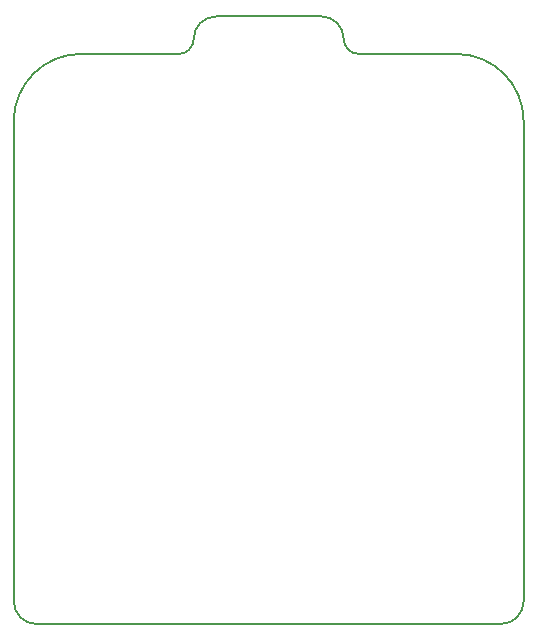
<source format=gbr>
G04 #@! TF.FileFunction,Profile,NP*
%FSLAX46Y46*%
G04 Gerber Fmt 4.6, Leading zero omitted, Abs format (unit mm)*
G04 Created by KiCad (PCBNEW 4.0.4+dfsg1-stable) date Mon Jul 31 00:00:22 2017*
%MOMM*%
%LPD*%
G01*
G04 APERTURE LIST*
%ADD10C,0.100000*%
%ADD11C,0.150000*%
G04 APERTURE END LIST*
D10*
D11*
X64262000Y-29083000D02*
X72517000Y-29083000D01*
X52197000Y-25908000D02*
X61087000Y-25908000D01*
X40767000Y-29083000D02*
X49022000Y-29083000D01*
X62992000Y-27813000D02*
G75*
G03X64262000Y-29083000I1270000J0D01*
G01*
X62992000Y-27813000D02*
G75*
G03X61087000Y-25908000I-1905000J0D01*
G01*
X49022000Y-29083000D02*
G75*
G03X50292000Y-27813000I0J1270000D01*
G01*
X52197000Y-25908000D02*
G75*
G03X50292000Y-27813000I0J-1905000D01*
G01*
X40767000Y-29083000D02*
G75*
G03X35052000Y-34798000I0J-5715000D01*
G01*
X78232000Y-34798000D02*
G75*
G03X72517000Y-29083000I-5715000J0D01*
G01*
X76327000Y-77343000D02*
G75*
G03X78232000Y-75438000I0J1905000D01*
G01*
X35052000Y-75438000D02*
G75*
G03X36957000Y-77343000I1905000J0D01*
G01*
X76327000Y-77343000D02*
X36957000Y-77343000D01*
X35052000Y-34798000D02*
X35052000Y-75438000D01*
X78232000Y-75438000D02*
X78232000Y-34798000D01*
M02*

</source>
